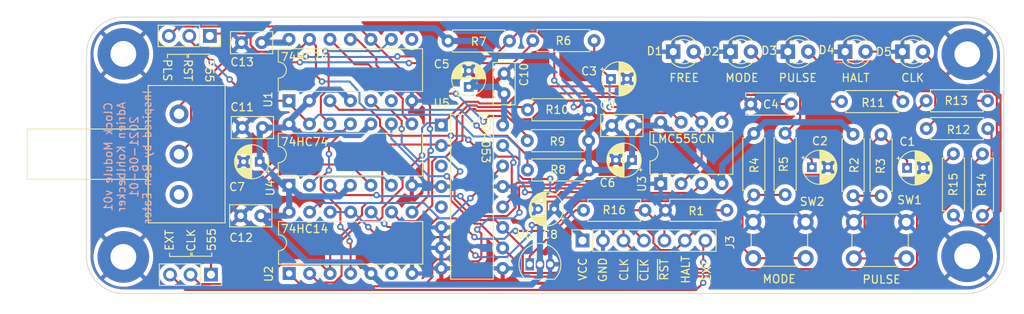
<source format=kicad_pcb>
(kicad_pcb (version 20211014) (generator pcbnew)
  (layers (0 "F.Cu" signal) (31 "B.Cu" signal) (34 "B.Paste" user) (35 "F.Paste" user) (36 "B.SilkS" user "B.Silkscreen") (37 "F.SilkS" user "F.Silkscreen") (38 "B.Mask" user) (39 "F.Mask" user) (44 "Edge.Cuts" user))
  (net 0 "")
  (net 1 "Net-(R16-Pad1)")
  (net 2 "GND")
  (net 3 "VCC")
  (net 4 "Net-(C1-Pad1)")
  (net 5 "Net-(C2-Pad1)")
  (net 6 "Net-(C3-Pad1)")
  (net 7 "Net-(C4-Pad2)")
  (net 8 "Net-(D1-Pad2)")
  (net 9 "Net-(D2-Pad2)")
  (net 10 "Net-(D3-Pad2)")
  (net 11 "Net-(D4-Pad2)")
  (net 12 "Net-(D5-Pad2)")
  (net 13 "~{RST}")
  (net 14 "FREE_ON_RST")
  (net 15 "FREE_CLK")
  (net 16 "Net-(J2-Pad1)")
  (net 17 "HALT")
  (net 18 "Net-(R2-Pad2)")
  (net 19 "Net-(R4-Pad2)")
  (net 20 "Net-(R6-Pad2)")
  (net 21 "Net-(R7-Pad2)")
  (net 22 "PULSE_ON_RST")
  (net 23 "PULSE_~{FREE}")
  (net 24 "PULSE_CLK")
  (net 25 "STOP")
  (net 26 "CLK")
  (net 27 "Net-(U1-Pad12)")
  (net 28 "MODE_BTN")
  (net 29 "Net-(U1-Pad9)")
  (net 30 "Net-(U2-Pad13)")
  (net 31 "~{CLK}")
  (net 32 "Net-(U2-Pad4)")
  (net 33 "Net-(U3-Pad3)")
  (net 34 "Net-(U4-Pad2)")
  (net 35 "Net-(U5-Pad12)")
  (net 36 "EXT_IN")
  (footprint "Package_TO_SOT_THT:TO-92_Inline" (layer "F.Cu") (at 160.782 142.3162)
    (fp_text reference "U6")
    (fp_text value "DS1813")
  )
  (footprint "Capacitor_THT:CP_Radial_D4.0mm_P2.00mm" (layer "F.Cu") (at 170.8658 119.3038)
    (fp_text reference "C3")
    (fp_text value "1uF")
  )
  (footprint "Capacitor_THT:C_Disc_D6.0mm_W2.5mm_P5.00mm" (layer "F.Cu") (at 188.214 122.428)
    (fp_text reference "C4")
    (fp_text value "10nF")
  )
  (footprint "Capacitor_THT:CP_Radial_D4.0mm_P2.00mm" (layer "F.Cu") (at 153.2128 120.2944 90)
    (fp_text reference "C5")
    (fp_text value "1uF")
  )
  (footprint "Capacitor_THT:CP_Radial_D4.0mm_P2.00mm" (layer "F.Cu") (at 173.482 129.3876 180)
    (fp_text reference "C6")
    (fp_text value "1uF")
  )
  (footprint "Capacitor_THT:CP_Radial_D4.0mm_P2.00mm" (layer "F.Cu") (at 127.2794 129.5908 180)
    (fp_text reference "C7")
    (fp_text value "1uF")
  )
  (footprint "Capacitor_THT:CP_Radial_D4.0mm_P2.00mm" (layer "F.Cu") (at 163.83 135.4582 180)
    (fp_text reference "C8")
    (fp_text value "10uF")
  )
  (footprint "Capacitor_THT:C_Disc_D5.0mm_W2.5mm_P2.50mm" (layer "F.Cu") (at 170.9674 125.095)
    (fp_text reference "C9")
    (fp_text value "100nF")
  )
  (footprint "Capacitor_THT:C_Disc_D5.0mm_W2.5mm_P2.50mm" (layer "F.Cu") (at 157.607 118.6434 -90)
    (fp_text reference "C10")
    (fp_text value "100nF")
  )
  (footprint "Capacitor_THT:C_Disc_D5.0mm_W2.5mm_P2.50mm" (layer "F.Cu") (at 125.1204 125.349)
    (fp_text reference "C11")
    (fp_text value "100nF")
  )
  (footprint "Capacitor_THT:C_Disc_D5.0mm_W2.5mm_P2.50mm" (layer "F.Cu") (at 124.9172 136.2964)
    (fp_text reference "C12")
    (fp_text value "100nF")
  )
  (footprint "Capacitor_THT:C_Disc_D5.0mm_W2.5mm_P2.50mm" (layer "F.Cu") (at 125.0188 114.808)
    (fp_text reference "C13")
    (fp_text value "100nF")
  )
  (footprint "LED_THT:LED_D3.0mm" (layer "F.Cu") (at 178.5874 115.9256)
    (fp_text reference "D1")
    (fp_text value "LED")
  )
  (footprint "LED_THT:LED_D3.0mm" (layer "F.Cu") (at 185.6994 115.9256)
    (fp_text reference "D2")
    (fp_text value "LED")
  )
  (footprint "LED_THT:LED_D3.0mm" (layer "F.Cu") (at 192.8114 115.9256)
    (fp_text reference "D3")
    (fp_text value "LED")
  )
  (footprint "LED_THT:LED_D3.0mm" (layer "F.Cu") (at 199.9234 115.9256)
    (fp_text reference "D4")
    (fp_text value "LED")
  )
  (footprint "LED_THT:LED_D3.0mm" (layer "F.Cu") (at 207.0354 115.9256)
    (fp_text reference "D5")
    (fp_text value "LED")
  )
  (footprint "Connector_PinSocket_2.54mm:PinSocket_1x03_P2.54mm_Vertical" (layer "F.Cu") (at 121.0838 113.976 -90)
    (fp_text reference "J1" hide)
    (fp_text value "Reset Mode")
  )
  (footprint "Connector_PinSocket_2.54mm:PinSocket_1x03_P2.54mm_Vertical" (layer "F.Cu") (at 121.2306 143.5994 -90)
    (fp_text reference "J2" hide)
    (fp_text value "Clock Select")
  )
  (footprint "Connector_PinSocket_2.54mm:PinSocket_1x07_P2.54mm_Vertical" (layer "F.Cu") (at 167.3352 139.3698 90)
    (fp_text reference "J3")
    (fp_text value "I/O")
  )
  (footprint "Resistor_THT:R_Axial_DIN0207_L6.3mm_D2.5mm_P7.62mm_Horizontal" (layer "F.Cu") (at 177.6222 135.6106)
    (fp_text reference "R1")
    (fp_text value "10K")
  )
  (footprint "Resistor_THT:R_Axial_DIN0207_L6.3mm_D2.5mm_P7.62mm_Horizontal" (layer "F.Cu") (at 168.783 114.554 180)
    (fp_text reference "R6")
    (fp_text value "220")
  )
  (footprint "Resistor_THT:R_Axial_DIN0207_L6.3mm_D2.5mm_P7.62mm_Horizontal" (layer "F.Cu") (at 150.6474 114.6048)
    (fp_text reference "R7")
    (fp_text value "1K")
  )
  (footprint "Resistor_THT:R_Axial_DIN0207_L6.3mm_D2.5mm_P7.62mm_Horizontal" (layer "F.Cu") (at 168.1226 130.6068 180)
    (fp_text reference "R8")
    (fp_text value "10K")
  )
  (footprint "Resistor_THT:R_Axial_DIN0207_L6.3mm_D2.5mm_P7.62mm_Horizontal" (layer "F.Cu") (at 168.0972 126.9746 180)
    (fp_text reference "R9")
    (fp_text value "10K")
  )
  (footprint "Resistor_THT:R_Axial_DIN0207_L6.3mm_D2.5mm_P7.62mm_Horizontal" (layer "F.Cu") (at 168.148 123.1392 180)
    (fp_text reference "R10")
    (fp_text value "10K")
  )
  (footprint "Resistor_THT:R_Axial_DIN0207_L6.3mm_D2.5mm_P7.62mm_Horizontal" (layer "F.Cu") (at 207.0862 122.1232 180)
    (fp_text reference "R11")
    (fp_text value "220")
  )
  (footprint "Resistor_THT:R_Axial_DIN0207_L6.3mm_D2.5mm_P7.62mm_Horizontal" (layer "F.Cu") (at 210.0072 125.476)
    (fp_text reference "R12")
    (fp_text value "220")
  )
  (footprint "Resistor_THT:R_Axial_DIN0207_L6.3mm_D2.5mm_P7.62mm_Horizontal" (layer "F.Cu") (at 217.6018 122.0216 180)
    (fp_text reference "R13")
    (fp_text value "220")
  )
  (footprint "Resistor_THT:R_Axial_DIN0207_L6.3mm_D2.5mm_P7.62mm_Horizontal" (layer "F.Cu") (at 216.9668 136.2456 90)
    (fp_text reference "R14")
    (fp_text value "220")
  )
  (footprint "Resistor_THT:R_Axial_DIN0207_L6.3mm_D2.5mm_P7.62mm_Horizontal" (layer "F.Cu") (at 213.36 136.2202 90)
    (fp_text reference "R15")
    (fp_text value "220")
  )
  (footprint "Resistor_THT:R_Axial_DIN0207_L6.3mm_D2.5mm_P7.62mm_Horizontal" (layer "F.Cu") (at 167.4622 135.6106)
    (fp_text reference "R16")
    (fp_text value "220")
  )
  (footprint "6502_clock:Potentiometer_P160KN-0QC15C500K" (layer "F.Cu") (at 120.06 123.65 180)
    (fp_text reference "RV1" hide)
    (fp_text value "470k log")
  )
  (footprint "Package_DIP:DIP-14_W7.62mm" (layer "F.Cu") (at 130.9116 122.0216 90)
    (fp_text reference "U1")
    (fp_text value "74HC74")
  )
  (footprint "Package_DIP:DIP-14_W7.62mm" (layer "F.Cu") (at 130.937 143.4592 90)
    (fp_text reference "U2")
    (fp_text value "74HC14")
  )
  (footprint "Package_DIP:DIP-8_W7.62mm" (layer "F.Cu") (at 177.038 132.3086 90)
    (fp_text reference "U3")
    (fp_text value "LMC555CN")
  )
  (footprint "Package_DIP:DIP-14_W7.62mm" (layer "F.Cu") (at 130.9116 132.5118 90)
    (fp_text reference "U4")
    (fp_text value "74HC74")
  )
  (footprint "Package_DIP:DIP-16_W7.62mm" (layer "F.Cu") (at 149.8092 125.0442)
    (fp_text reference "U5")
    (fp_text value "CD4053")
  )
  (footprint "Button_Switch_THT:SW_PUSH_6mm" (layer "F.Cu") (at 188.5188 137.0584)
    (fp_text reference "SW2")
    (fp_text value "Mode")
  )
  (footprint "Button_Switch_THT:SW_PUSH_6mm" (layer "F.Cu") (at 201.0156 137.0838)
    (fp_text reference "SW1")
    (fp_text value "Pulse")
  )
  (footprint "Resistor_THT:R_Axial_DIN0207_L6.3mm_D2.5mm_P7.62mm_Horizontal" (layer "F.Cu") (at 192.4812 133.6802 90)
    (fp_text reference "R5")
    (fp_text value "3.3K")
  )
  (footprint "Resistor_THT:R_Axial_DIN0207_L6.3mm_D2.5mm_P7.62mm_Horizontal" (layer "F.Cu") (at 188.595 126.0856 -90)
    (fp_text reference "R4")
    (fp_text value "1K")
  )
  (footprint "Resistor_THT:R_Axial_DIN0207_L6.3mm_D2.5mm_P7.62mm_Horizontal" (layer "F.Cu") (at 204.3938 133.8326 90)
    (fp_text reference "R3")
    (fp_text value "3.3K")
  )
  (footprint "Resistor_THT:R_Axial_DIN0207_L6.3mm_D2.5mm_P7.62mm_Horizontal" (layer "F.Cu") (at 200.914 126.1872 -90)
    (fp_text reference "R2")
    (fp_text value "1K")
  )
  (footprint "MountingHole:MountingHole_3.2mm_M3_Pad" (layer "F.Cu") (at 215.0618 141.3256)
    (fp_text reference "H3" hide)
    (fp_text value "MountingHole_Pad")
  )
  (footprint "MountingHole:MountingHole_3.2mm_M3_Pad" (layer "F.Cu") (at 215.0872 116.2558)
    (fp_text reference "H2" hide)
    (fp_text value "MountingHole_Pad")
  )
  (footprint "Capacitor_THT:CP_Radial_D4.0mm_P2.00mm" (layer "F.Cu") (at 195.7898 130.2766)
    (fp_text reference "C2")
    (fp_text value "10uF")
  )
  (footprint "Capacitor_THT:CP_Radial_D4.0mm_P2.00mm" (layer "F.Cu") (at 207.6196 130.3528)
    (fp_text reference "C1")
    (fp_text value "10uF")
  )
  (footprint "MountingHole:MountingHole_3.2mm_M3_Pad" (layer "F.Cu") (at 110.354 141.4018)
    (fp_text reference "H1" hide)
    (fp_text value "MountingHole_Pad")
  )
  (footprint "MountingHole:MountingHole_3.2mm_M3_Pad" (layer "F.Cu") (at 110.354 116.205)
    (fp_text reference "H4" hide)
    (fp_text value "MountingHole_Pad")
  )
  (gr_line (start 118.4422 116.6938) (end 118.4422 116.2366) (layer "F.SilkS") (width 0.12))
  (gr_line (start 118.2644 116.6938) (end 118.2644 116.262) (layer "F.SilkS") (width 0.12))
  (gr_line (start 118.2644 116.262) (end 115.826 116.262) (layer "F.SilkS") (width 0.12))
  (gr_line (start 121.0584 116.2366) (end 121.0584 116.6684) (layer "F.SilkS") (width 0.12))
  (gr_line (start 115.826 116.262) (end 115.826 116.6938) (layer "F.SilkS") (width 0.12))
  (gr_line (start 118.4422 116.2366) (end 121.0584 116.2366) (layer "F.SilkS") (width 0.12))
  (gr_line (start 116.0998 141.3388) (end 116.0998 140.907) (layer "F.SilkS") (width 0.12))
  (gr_line (start 121.3322 141.3134) (end 121.3322 140.8816) (layer "F.SilkS") (width 0.12))
  (gr_line (start 118.8938 141.3134) (end 121.3322 141.3134) (layer "F.SilkS") (width 0.12))
  (gr_line (start 118.716 140.8816) (end 118.716 141.3388) (layer "F.SilkS") (width 0.12))
  (gr_line (start 118.716 141.3388) (end 116.0998 141.3388) (layer "F.SilkS") (width 0.12))
  (gr_line (start 118.8938 140.8816) (end 118.8938 141.3134) (layer "F.SilkS") (width 0.12))
  (gr_line (start 110.354 111.633) (end 215.0618 111.6584) (layer "Edge.Cuts") (width 0.1))
  (gr_line (start 215.0618 145.9484) (end 110.354 145.923) (layer "Edge.Cuts") (width 0.1))
  (gr_line (start 219.6338 116.2304) (end 219.6338 141.3764) (layer "Edge.Cuts") (width 0.1))
  (gr_arc (start 215.0618 111.6584) (mid 218.294692 112.997508) (end 219.6338 116.2304) (layer "Edge.Cuts") (width 0.1))
  (gr_arc (start 219.6338 141.3764) (mid 218.294692 144.609292) (end 215.0618 145.9484) (layer "Edge.Cuts") (width 0.1))
  (gr_arc (start 110.354 145.923) (mid 107.121108 144.583892) (end 105.782 141.351) (layer "Edge.Cuts") (width 0.1))
  (gr_arc (start 105.782 116.205) (mid 107.121108 112.972108) (end 110.354 111.633) (layer "Edge.Cuts") (width 0.1))
  (gr_line (start 105.782 141.351) (end 105.782 116.205) (layer "Edge.Cuts") (width 0.1))
  (gr_text "Clock Module v01\nAdrien Kohlbecker\n2021-06-01\nInspired by Ben Eater" (at 110.9 128.98 90) (layer "B.SilkS") (effects (font (size 1 1)) (justify mirror)))
  (gr_text "MODE" (at 191.7446 144.145) (layer "F.SilkS") (effects (font (size 1 1))))
  (gr_text "PULSE" (at 204.4446 144.1958) (layer "F.SilkS") (effects (font (size 1 1))))
  (gr_text "EXT" (at 182.753 143.1036 90) (layer "F.SilkS") (effects (font (size 1 1))))
  (gr_text "CLK" (at 118.7668 139.3322 90) (layer "F.SilkS") (effects (font (size 1 1))))
  (gr_text "RST" (at 118.366 118.2178 270) (layer "F.SilkS") (effects (font (size 1 1))))
  (gr_text "CLK" (at 208.3054 119.1768) (layer "F.SilkS") (effects (font (size 1 1))))
  (gr_text "CLK" (at 172.4914 142.9766 90) (layer "F.SilkS") (effects (font (size 1 1))))
  (gr_text "555" (at 121.3068 139.256 90) (layer "F.SilkS") (effects (font (size 1 1))))
  (gr_text "VCC" (at 167.3606 142.9258 90) (layer "F.SilkS") (effects (font (size 1 1))))
  (gr_text "HALT" (at 180.1368 142.9766 90) (layer "F.SilkS") (effects (font (size 1 1))))
  (gr_text "~{RST}" (at 177.4698 142.9766 90) (layer "F.SilkS") (effects (font (size 1 1))))
  (gr_text "74HC74" (at 132.842 116.586) (layer "F.SilkS") (effects (font (size 1 1))))
  (gr_text "EXT" (at 116.0744 139.3322 90) (layer "F.SilkS") (effects (font (size 1 1))))
  (gr_text "74HC74" (at 132.842 127.127) (layer "F.SilkS") (effects (font (size 1 1))))
  (gr_text "LMC555CN" (at 179.832 126.746) (layer "F.SilkS") (effects (font (size 1 1))))
  (gr_text "HALT" (at 201.2188 119.1768) (layer "F.SilkS") (effects (font (size 1 1))))
  (gr_text "FREE" (at 179.959 119.1768) (layer "F.SilkS") (effects (font (size 1 1))))
  (gr_text "~{CLK}" (at 175.006 143.0274 90) (layer "F.SilkS") (effects (font (size 1 1))))
  (gr_text "PULSE" (at 194.056 119.1768) (layer "F.SilkS") (effects (font (size 1 1))))
  (gr_text "555" (at 121.04 118.31 -90) (layer "F.SilkS") (effects (font (size 1 1))))
  (gr_text "MODE" (at 187.1218 119.1768) (layer "F.SilkS") (effects (font (size 1 1))))
  (gr_text "PLS" (at 115.81 118.23 -90) (layer "F.SilkS") (effects (font (size 1 1))))
  (gr_text "GND" (at 169.8498 143.002 90) (layer "F.SilkS") (effects (font (size 1 1))))
  (gr_text "CD4053" (at 155.321 126.873 270) (layer "F.SilkS") (effects (font (size 1 1))))
  (gr_text "74HC14" (at 132.842 137.922) (layer "F.SilkS") (effects (font (size 1 1))))
  (segment (start 160.782 141.3122) (end 160.782 142.3162) (width 0.254) (layer "F.Cu") (net 1))
  (segment (start 166.4836 135.6106) (end 160.782 141.3122) (width 0.254) (layer "F.Cu") (net 1))
  (segment (start 167.4622 135.6106) (end 166.4836 135.6106) (width 0.254) (layer "F.Cu") (net 1))
  (segment (start 141.097 143.4592) (end 139.715999 142.078199) (width 0.762) (layer "B.Cu") (net 3))
  (segment (start 156.464 116.459) (end 154.6098 114.6048) (width 0.762) (layer "B.Cu") (net 3))
  (segment (start 132.292601 126.272801) (end 136.562317 126.272801) (width 0.762) (layer "B.Cu") (net 3))
  (segment (start 188.595 126.0856) (end 190.001401 124.679199) (width 0.762) (layer "B.Cu") (net 3))
  (segment (start 132.292601 113.020599) (end 129.306201 113.020599) (width 0.762) (layer "B.Cu") (net 3))
  (segment (start 130.9116 124.5616) (end 133.4516 122.0216) (width 0.762) (layer "B.Cu") (net 3))
  (segment (start 161.039999 144.840201) (end 142.478001 144.840201) (width 0.762) (layer "B.Cu") (net 3))
  (segment (start 167.3352 139.3698) (end 167.3352 138.9634) (width 0.762) (layer "B.Cu") (net 3))
  (segment (start 190.001401 124.679199) (end 199.405999 124.679199) (width 0.762) (layer "B.Cu") (net 3))
  (segment (start 130.4798 136.2964) (end 130.937 135.8392) (width 0.762) (layer "B.Cu") (net 3))
  (segment (start 133.4516 122.0216) (end 134.832601 120.640599) (width 0.762) (layer "B.Cu") (net 3))
  (segment (start 163.83 135.4582) (end 163.83 134.8994) (width 0.762) (layer "B.Cu") (net 3))
  (segment (start 163.83 135.4582) (end 162.052 137.2362) (width 0.762) (layer "B.Cu") (net 3))
  (segment (start 133.198999 142.078199) (end 127.4172 136.2964) (width 0.762) (layer "B.Cu") (net 3))
  (segment (start 184.658 130.0226) (end 188.595 126.0856) (width 0.762) (layer "B.Cu") (net 3))
  (segment (start 130.9116 124.8918) (end 130.9116 124.5616) (width 0.762) (layer "B.Cu") (net 3))
  (segment (start 173.482 129.3876) (end 173.482 125.1096) (width 0.762) (layer "B.Cu") (net 3))
  (segment (start 130.937 135.8392) (end 130.937 132.5372) (width 0.762) (layer "B.Cu") (net 3))
  (segment (start 149.063199 113.020599) (end 150.6474 114.6048) (width 0.762) (layer "B.Cu") (net 3))
  (segment (start 139.690599 126.272801) (end 141.0716 124.8918) (width 0.762) (layer "B.Cu") (net 3))
  (segment (start 184.658 132.3086) (end 184.658 130.0226) (width 0.762) (layer "B.Cu") (net 3))
  (segment (start 127.2794 125.69) (end 127.6204 125.349) (width 0.762) (layer "B.Cu") (net 3))
  (segment (start 127.4172 136.2964) (end 130.4798 136.2964) (width 0.762) (layer "B.Cu") (net 3))
  (segment (start 127.2794 129.5908) (end 127.2794 125.69) (width 0.762) (layer "B.Cu") (net 3))
  (segment (start 199.405999 124.679199) (end 200.914 126.1872) (width 0.762) (layer "B.Cu") (net 3))
  (segment (start 130.2004 132.5118) (end 127.2794 129.5908) (width 0.762) (layer "B.Cu") (net 3))
  (segment (start 168.1226 130.6068) (end 168.1226 127) (width 0.762) (layer "B.Cu") (net 3))
  (segment (start 130.9116 132.5118) (end 132.292601 133.892801) (width 0.762) (layer "B.Cu") (net 3))
  (segment (start 130.4544 125.349) (end 130.9116 124.8918) (width 0.762) (layer "B.Cu") (net 3))
  (segment (start 162.052 142.3162) (end 162.052 143.8282) (width 0.762) (layer "B.Cu") (net 3))
  (segment (start 130.9116 124.8918) (end 132.292601 126.272801) (width 0.762) (layer "B.Cu") (net 3))
  (segment (start 163.83 134.8994) (end 168.1226 130.6068) (width 0.762) (layer "B.Cu") (net 3))
  (segment (start 162.052 143.8282) (end 161.039999 144.840201) (width 0.762) (layer "B.Cu") (net 3))
  (segment (start 132.292601 133.892801) (end 137.150599 133.892801) (width 0.762) (layer "B.Cu") (net 3))
  (segment (start 173.4674 125.095) (end 176.6316 125.095) (width 0.762) (layer "B.Cu") (net 3))
  (segment (start 172.2628 130.6068) (end 173.482 129.3876) (width 0.762) (layer "B.Cu") (net 3))
  (segment (start 157.607 121.1434) (end 157.607 124.8664) (width 0.762) (layer "B.Cu") (net 3))
  (segment (start 137.150599 133.892801) (end 138.5316 132.5118) (width 0.762) (layer "B.Cu") (net 3))
  (segment (start 169.529001 124.411429) (end 169.529001 122.476319) (width 0.762) (layer "B.Cu") (net 3))
  (segment (start 163.511682 116.459) (end 156.464 116.459) (width 0.762) (layer "B.Cu") (net 3))
  (segment (start 132.292601 113.020599) (end 149.063199 113.020599) (width 0.762) (layer "B.Cu") (net 3))
  (segment (start 130.5052 114.808) (end 130.9116 114.4016) (width 0.762) (layer "B.Cu") (net 3))
  (segment (start 130.937 132.5372) (end 130.9116 132.5118) (width 0.762) (layer "B.Cu") (net 3))
  (segment (start 142.478001 144.840201) (end 141.097 143.4592) (width 0.762) (layer "B.Cu") (net 3))
  (segment (start 154.6098 114.6048) (end 150.6474 114.6048) (width 0.762) (layer "B.Cu") (net 3))
  (segment (start 173.482 125.1096) (end 173.4674 125.095) (width 0.762) (layer "B.Cu") (net 3))
  (segment (start 137.150599 120.640599) (end 138.5316 122.0216) (width 0.762) (layer "B.Cu") (net 3))
  (segment (start 162.052 137.2362) (end 162.052 142.3162) (width 0.762) (layer "B.Cu") (net 3))
  (segment (start 127.5188 114.808) (end 130.5052 114.808) (width 0.762) (layer "B.Cu") (net 3))
  (segment (start 168.0972 126.9746) (end 168.0972 125.84323) (width 0.762) (layer "B.Cu") (net 3))
  (segment (start 127.6204 125.349) (end 130.4544 125.349) (width 0.762) (layer "B.Cu") (net 3))
  (segment (start 153.2128 120.2944) (end 156.464 117.0432) (width 0.762) (layer "B.Cu") (net 3))
  (segment (start 136.816119 126.018999) (end 137.614917 126.018999) (width 0.762) (layer "B.Cu") (net 3))
  (segment (start 156.758 120.2944) (end 157.607 121.1434) (width 0.762) (layer "B.Cu") (net 3))
  (segment (start 156.464 116.459) (end 156.464 117.0432) (width 0.762) (layer "B.Cu") (net 3))
  (segment (start 157.607 124.8664) (end 157.4292 125.0442) (width 0.762) (layer "B.Cu") (net 3))
  (segment (start 177.038 124.6886) (end 184.658 132.3086) (width 0.762) (layer "B.Cu") (net 3))
  (segment (start 134.832601 120.640599) (end 137.150599 120.640599) (width 0.762) (layer "B.Cu") (net 3))
  (segment (start 168.1226 130.6068) (end 172.2628 130.6068) (width 0.762) (layer "B.Cu") (net 3))
  (segment (start 130.9116 132.5118) (end 130.2004 132.5118) (width 0.762) (layer "B.Cu") (net 3))
  (segment (start 167.3352 138.9634) (end 163.83 135.4582) (width 0.762) (layer "B.Cu") (net 3))
  (segment (start 168.1226 127) (end 168.0972 126.9746) (width 0.762) (layer "B.Cu") (net 3))
  (segment (start 169.529001 122.476319) (end 163.511682 116.459) (width 0.762) (layer "B.Cu") (net 3))
  (segment (start 153.2128 120.2944) (end 156.758 120.2944) (width 0.762) (layer "B.Cu") (net 3))
  (segment (start 137.614917 126.018999) (end 137.868719 126.272801) (width 0.762) (layer "B.Cu") (net 3))
  (segment (start 168.0972 125.84323) (end 169.529001 124.411429) (width 0.762) (layer "B.Cu") (net 3))
  (segment (start 176.6316 125.095) (end 177.038 124.6886) (width 0.762) (layer "B.Cu") (net 3))
  (segment (start 139.715999 142.078199) (end 133.198999 142.078199) (width 0.762) (layer "B.Cu") (net 3))
  (segment (start 136.562317 126.272801) (end 136.816119 126.018999) (width 0.762) (layer "B.Cu") (net 3))
  (segment (start 129.306201 113.020599) (end 127.5188 114.808) (width 0.762) (layer "B.Cu") (net 3))
  (segment (start 137.868719 126.272801) (end 139.690599 126.272801) (width 0.762) (layer "B.Cu") (net 3))
  (segment (start 147.567788 145.040212) (end 148.682199 143.925801) (width 0.254) (layer "F.Cu") (net 4))
  (segment (start 163.859018 132.880012) (end 161.657864 132.880012) (width 0.254) (layer "F.Cu") (net 4))
  (segment (start 187.430961 131.203601) (end 184.150963 134.483599) (width 0.254) (layer "F.Cu") (net 4))
  (segment (start 148.682199 142.283239) (end 149.268239 141.697199) (width 0.254) (layer "F.Cu") (net 4))
  (segment (start 204.3938 126.2126) (end 199.402799 131.203601) (width 0.254) (layer "F.Cu") (net 4))
  (segment (start 161.419675 132.641823) (end 159.585524 132.641822) (width 0.254) (layer "F.Cu") (net 4))
  (segment (start 207.6196 130.3528) (end 207.6196 129.4384) (width 0.254) (layer "F.Cu") (net 4))
  (segment (start 207.6196 129.4384) (end 204.3938 126.2126) (width 0.254) (layer "F.Cu") (net 4))
  (segment (start 132.518012 145.040212) (end 147.567788 145.040212) (width 0.254) (layer "F.Cu") (net 4))
  (segment (start 148.682199 143.925801) (end 148.682199 142.283239) (width 0.254) (layer "F.Cu") (net 4))
  (segment (start 154.778001 138.503823) (end 154.276266 138.002088) (width 0.254) (layer "F.Cu") (net 4))
  (segment (start 149.268239 141.697199) (end 153.067237 141.697199) (width 0.254) (layer "F.Cu") (net 4))
  (segment (start 161.657864 132.880012) (end 161.419675 132.641823) (width 0.254) (layer "F.Cu") (net 4))
  (segment (start 173.095097 134.483599) (end 171.053476 132.441978) (width 0.254) (layer "F.Cu") (net 4))
  (segment (start 159.585524 132.641822) (end 159.464223 132.763123) (width 0.254) (layer "F.Cu") (net 4))
  (segment (start 199.402799 131.203601) (end 187.430961 131.203601) (width 0.254) (layer "F.Cu") (net 4))
  (segment (start 153.321039 141.951001) (end 154.399961 141.951001) (width 0.254) (layer "F.Cu") (net 4))
  (segment (start 159.464223 132.763123) (end 159.464223 135.842223) (width 0.254) (layer "F.Cu") (net 4))
  (segment (start 159.464223 135.842223) (end 159.512 135.89) (width 0.254) (layer "F.Cu") (net 4))
  (segment (start 153.067237 141.697199) (end 153.321039 141.951001) (width 0.254) (layer "F.Cu") (net 4))
  (segment (start 130.937 143.4592) (end 132.518012 145.040212) (width 0.254) (layer "F.Cu") (net 4))
  (segment (start 164.297052 132.441978) (end 163.859018 132.880012) (width 0.254) (layer "F.Cu") (net 4))
  (segment (start 154.778001 141.572961) (end 154.778001 138.503823) (width 0.254) (layer "F.Cu") (net 4))
  (segment (start 171.053476 132.441978) (end 164.297052 132.441978) (width 0.254) (layer "F.Cu") (net 4))
  (segment (start 184.150963 134.483599) (end 173.095097 134.483599) (width 0.254) (layer "F.Cu") (net 4))
  (segment (start 154.399961 141.951001) (end 154.778001 141.572961) (width 0.254) (layer "F.Cu") (net 4))
  (via (at 154.276266 138.002088) (size 0.8) (drill 0.4) (layers "F.Cu" "B.Cu") (net 4))
  (via (at 159.512 135.89) (size 0.8) (drill 0.4) (layers "F.Cu" "B.Cu") (net 4))
  (segment (start 159.512 135.89) (end 158.784801 136.617199) (width 0.254) (layer "B.Cu") (net 4))
  (segment (start 155.661155 136.617199) (end 154.276266 138.002088) (width 0.254) (layer "B.Cu") (net 4))
  (segment (start 158.784801 136.617199) (end 155.661155 136.617199) (width 0.254) (layer "B.Cu") (net 4))
  (segment (start 187.484981 120.846989) (end 186.773781 121.558189) (width 0.254) (layer "F.Cu") (net 5))
  (segment (start 146.717961 136.966201) (end 144.764001 136.966201) (width 0.254) (layer "F.Cu") (net 5))
  (segment (start 192.4812 126.0602) (end 195.7898 129.3688) (width 0.254) (layer "F.Cu") (net 5))
  (segment (start 163.322963 122.012199) (end 161.019981 124.315181) (width 0.254) (layer "F.Cu") (net 5))
  (segment (start 193.617984 120.846985) (end 187.484981 120.846989) (width 0.254) (layer "F.Cu") (net 5))
  (segment (start 194.341001 124.200399) (end 194.341001 121.570001) (width 0.254) (layer "F.Cu") (net 5))
  (segment (start 167.418981 121.558189) (end 166.964971 122.012199) (width 0.254) (layer "F.Cu") (net 5))
  (segment (start 148.682199 135.001963) (end 146.717961 136.966201) (width 0.254) (layer "F.Cu") (net 5))
  (segment (start 161.019981 124.315181) (end 159.010211 124.315181) (width 0.254) (layer "F.Cu") (net 5))
  (segment (start 148.682199 129.583239) (end 148.682199 135.001963) (width 0.254) (layer "F.Cu") (net 5))
  (segment (start 186.773781 121.558189) (end 167.418981 121.558189) (width 0.254) (layer "F.Cu") (net 5))
  (segment (start 166.964971 122.012199) (end 163.322963 122.012199) (width 0.254) (layer "F.Cu") (net 5))
  (segment (start 195.7898 129.3688) (end 195.7898 130.2766) (width 0.254) (layer "F.Cu") (net 5))
  (segment (start 152.434998 123.949709) (end 152.434998 126.912362) (width 0.254) (layer "F.Cu") (net 5))
  (segment (start 154.193222 123.26011) (end 153.98917 123.056058) (width 0.254) (layer "F.Cu") (net 5))
  (segment (start 157.95514 123.26011) (end 154.193222 123.26011) (width 0.254) (layer "F.Cu") (net 5))
  (segment (start 149.268239 128.997199) (end 148.682199 129.583239) (width 0.254) (layer "F.Cu") (net 5))
  (segment (start 152.434998 126.912362) (end 150.350161 128.997199) (width 0.254) (layer "F.Cu") (net 5))
  (segment (start 150.350161 128.997199) (end 149.268239 128.997199) (width 0.254) (layer "F.Cu") (net 5))
  (segment (start 192.4812 126.0602) (end 194.341001 124.200399) (width 0.254) (layer "F.Cu") (net 5))
  (segment (start 144.764001 136.966201) (end 143.637 135.8392) (width 0.254) (layer "F.Cu") (net 5))
  (segment (start 153.328649 123.056058) (end 152.434998 123.949709) (width 0.254) (layer "F.Cu") (net 5))
  (segment (start 194.341001 121.570001) (end 193.617984 120.846985) (width 0.254) (layer "F.Cu") (net 5))
  (segment (start 153.98917 123.056058) (end 153.328649 123.056058) (width 0.254) (layer "F.Cu") (net 5))
  (segment (start 159.010211 124.315181) (end 157.95514 123.26011) (width 0.254) (layer "F.Cu") (net 5))
  (segment (start 168.783 114.554) (end 168.783 117.221) (width 0.254) (layer "F.Cu") (net 6))
  (segment (start 168.783 117.221) (end 170.8658 119.3038) (width 0.254) (layer "F.Cu") (net 6))
  (segment (start 182.118 124.6886) (end 182.118 129.7686) (width 0.254) (layer "F.Cu") (net 6))
  (segment (start 182.118 124.6886) (end 180.2384 122.809) (width 0.254) (layer "F.Cu") (net 6))
  (segment (start 182.118 129.7686) (end 179.578 132.3086) (width 0.254) (layer "F.Cu") (net 6))
  (segment (start 180.2384 122.809) (end 170.688 122.809) (width 0.254) (layer "F.Cu") (net 6))
  (via (at 170.688 122.809) (size 0.8) (drill 0.4) (layers "F.Cu" "B.Cu") (net 6))
  (segment (start 170.688 119.4816) (end 170.8658 119.3038) (width 0.254) (layer "B.Cu") (net 6))
  (segment (start 170.688 122.809) (end 170.688 119.4816) (width 0.254) (layer "B.Cu") (net 6))
  (segment (start 188.730931 121.300999) (end 187.673039 121.300999) (width 0.254) (layer "F.Cu") (net 7))
  (segment (start 189.857932 122.428) (end 188.730931 121.300999) (width 0.254) (layer "F.Cu") (net 7))
  (segment (start 193.214 122.428) (end 189.857932 122.428) (width 0.254) (layer "F.Cu") (net 7))
  (segment (start 187.673039 121.300999) (end 184.658 124.316038) (width 0.254) (layer "F.Cu") (net 7))
  (segment (start 184.658 124.316038) (end 184.658 124.6886) (width 0.254) (layer "F.Cu") (net 7))
  (segment (start 203.09202 118.12902) (end 206.286201 121.323201) (width 0.254) (layer "F.Cu") (net 8))
  (segment (start 181.1274 115.9256) (end 183.33082 118.12902) (width 0.254) (layer "F.Cu") (net 8))
  (segment (start 206.286201 121.323201) (end 207.0862 122.1232) (width 0.254) (layer "F.Cu") (net 8))
  (segment (start 183.33082 118.12902) (end 203.09202 118.12902) (width 0.254) (layer "F.Cu") (net 8))
  (segment (start 189.98881 117.67501) (end 204.305972 117.67501) (width 0.254) (layer "F.Cu") (net 9))
  (segment (start 188.2394 115.9256) (end 189.98881 117.67501) (width 0.254) (layer "F.Cu") (net 9))
  (segment (start 211.108801 121.319801) (end 211.108801 124.374399) (width 0.254) (layer "F.Cu") (net 9))
  (segment (start 211.108801 124.374399) (end 210.0072 125.476) (width 0.254) (layer "F.Cu") (net 9))
  (segment (start 210.621019 120.832019) (end 211.108801 121.319801) (width 0.254) (layer "F.Cu") (net 9))
  (segment (start 207.462981 120.832019) (end 210.621019 120.832019) (width 0.254) (layer "F.Cu") (net 9))
  (segment (start 204.305972 117.67501) (end 207.462981 120.832019) (width 0.254) (layer "F.Cu") (net 9))
  (segment (start 214.387264 122.0216) (end 217.6018 122.0216) (width 0.254) (layer "F.Cu") (net 10))
  (segment (start 205.231731 117.152601) (end 208.315942 120.236812) (width 0.254) (layer "F.Cu") (net 10))
  (segment (start 208.315942 120.236812) (end 212.602476 120.236812) (width 0.254) (layer "F.Cu") (net 10))
  (segment (start 195.3514 115.9256) (end 196.578401 117.152601) (width 0.254) (layer "F.Cu") (net 10))
  (segment (start 212.602476 120.236812) (end 214.387264 122.0216) (width 0.254) (layer "F.Cu") (net 10))
  (segment (start 196.578401 117.152601) (end 205.231731 117.152601) (width 0.254) (layer "F.Cu") (net 10))
  (segment (start 218.142762 120.8946) (end 218.747989 121.499827) (width 0.254) (layer "F.Cu") (net 11))
  (segment (start 204.646798 115.9256) (end 208.503999 119.782801) (width 0.254) (layer "F.Cu") (net 11))
  (segment (start 218.74799 124.928828) (end 218.754201 124.935039) (width 0.254) (layer "F.Cu") (net 11))
  (segment (start 208.503999 119.782801) (end 212.790533 119.782801) (width 0.254) (layer "F.Cu") (net 11))
  (segment (start 218.747989 121.499827) (end 218.74799 124.928828) (width 0.254) (layer "F.Cu") (net 11))
  (segment (start 213.902332 120.8946) (end 218.142762 120.8946) (width 0.254) (layer "F.Cu") (net 11))
  (segment (start 218.754201 124.935039) (end 218.754201 134.458199) (width 0.254) (layer "F.Cu") (net 11))
  (segment (start 218.754201 134.458199) (end 216.9668 136.2456) (width 0.254) (layer "F.Cu") (net 11))
  (segment (start 212.790533 119.782801) (end 213.902332 120.8946) (width 0.254) (layer "F.Cu") (net 11))
  (segment (start 202.4634 115.9256) (end 204.646798 115.9256) (width 0.254) (layer "F.Cu") (net 11))
  (segment (start 214.512401 137.372601) (end 213.36 136.2202) (width 0.254) (layer "F.Cu") (net 12))
  (segment (start 217.507761 137.372601) (end 214.512401 137.372601) (width 0.254) (layer "F.Cu") (net 12))
  (segment (start 219.202 121.31177) (end 219.202 124.74077) (width 0.254) (layer "F.Cu") (net 12))
  (segment (start 219.202 124.74077) (end 219.208212 124.746982) (width 0.254) (layer "F.Cu") (net 12))
  (segment (start 219.208212 124.746982) (end 219.208204 135.672158) (width 0.254) (layer "F.Cu") (net 12))
  (segment (start 214.090389 120.440589) (end 218.330819 120.440589) (width 0.254) (layer "F.Cu") (net 12))
  (segment (start 209.5754 115.9256) (end 214.090389 120.440589) (width 0.254) (layer "F.Cu") (net 12))
  (segment (start 219.208204 135.672158) (end 217.507761 137.372601) (width 0.254) (layer "F.Cu") (net 12))
  (segment (start 218.330819 120.440589) (end 219.202 121.31177) (width 0.254) (layer "F.Cu") (net 12))
  (segment (start 130.9116 122.3518) (end 133.4516 124.8918) (width 0.254) (layer "F.Cu") (net 13))
  (segment (start 177.4952 139.3698) (end 177.4952 138.0236) (width 0.254) (layer "F.Cu") (net 13))
  (segment (start 121.3104 117.221) (end 118.5438 114.4544) (width 0.254) (layer "F.Cu") (net 13))
  (segment (start 175.0822 135.6106) (end 173.58003 135.6106) (width 0.254) (layer "F.Cu") (net 13))
  (segment (start 130.9116 122.0216) (end 126.1872 122.0216) (width 0.254) (layer "F.Cu") (net 13))
  (segment (start 173.58003 135.6106) (end 170.865419 132.895989) (width 0.254) (layer "F.Cu") (net 13))
  (segment (start 118.5438 114.4544) (end 118.5438 113.976) (width 0.254) (layer "F.Cu") (net 13))
  (segment (start 177.4952 138.0236) (end 175.0822 135.6106) (width 0.254) (layer "F.Cu") (net 13))
  (segment (start 164.012265 133.368833) (end 160.191242 133.368833) (width 0.254) (layer "F.Cu") (net 13))
  (segment (start 164.485109 132.895989) (end 164.012265 133.368833) (width 0.254) (layer "F.Cu") (net 13))
  (segment (start 130.9116 122.0216) (end 130.9116 122.3518) (width 0.254) (layer "F.Cu") (net 13))
  (segment (start 126.1872 122.0216) (end 123.5456 119.38) (width 0.254) (layer "F.Cu") (net 13))
  (segment (start 170.865419 132.895989) (end 164.485109 132.895989) (width 0.254) (layer "F.Cu") (net 13))
  (via (at 123.5456 119.38) (size 0.8) (drill 0.4) (layers "F.Cu" "B.Cu") (net 13))
  (via (at 121.3104 117.221) (size 0.8) (drill 0.4) (layers "F.Cu" "B.Cu") (net 13))
  (via (at 160.191242 133.368833) (size 0.8) (drill 0.4) (layers "F.Cu" "B.Cu") (net 13))
  (segment (start 160.191242 132.633601) (end 159.375599 131.817958) (width 0.254) (layer "B.Cu") (net 13))
  (segment (start 159.505538 129.9359) (end 159.375599 130.065839) (width 0.254) (layer "B.Cu") (net 13))
  (segment (start 133.4516 124.8918) (end 134.578601 123.764799) (width 0.254) (layer "B.Cu") (net 13))
  (segment (start 157.970161 126.457199) (end 159.505538 127.992576) (width 0.254) (layer "B.Cu") (net 13))
  (segment (start 134.578601 123.764799) (end 151.129763 123.764799) (width 0.254) (layer "B.Cu") (net 13))
  (segment (start 153.822163 126.457199) (end 157.970161 126.457199) (width 0.254) (layer "B.Cu") (net 13))
  (segment (start 151.129763 123.764799) (end 153.822163 126.457199) (width 0.254) (layer "B.Cu") (net 13))
  (segment (start 123.5456 119.38) (end 121.3866 117.221) (width 0.254) (layer "B.Cu") (net 13))
  (segment (start 159.375599 130.065839) (end 159.375599 131.817958) (width 0.254) (layer "B.Cu") (net 13))
  (segment (start 159.505538 127.992576) (end 159.505538 129.9359) (width 0.254) (layer "B.Cu") (net 13))
  (segment (start 121.3866 117.221) (end 121.3104 117.221) (width 0.254) (layer "B.Cu") (net 13))
  (segment (start 160.191242 133.368833) (end 160.191242 132.633601) (width 0.254) (layer "B.Cu") (net 13))
  (segment (start 160.5026 128.872532) (end 157.995068 126.365) (width 0.254) (layer "F.Cu") (net 14))
  (segment (start 131.918199 115.935001) (end 133.4516 114.4016) (width 0.254) (layer "F.Cu") (net 14))
  (segment (start 155.460148 126.365) (end 154.195845 125.100697) (width 0.254) (layer "F.Cu") (net 14))
  (segment (start 121.0838 113.976) (end 121.378801 113.680999) (width 0.254) (layer "F.Cu") (net 14))
  (segment (start 126.977839 115.935001) (end 131.918199 115.935001) (width 0.254) (layer "F.Cu") (net 14))
  (segment (start 126.145801 114.267039) (end 126.145801 115.102963) (width 0.254) (layer "F.Cu") (net 14))
  (segment (start 135.001 119.634) (end 134.251599 118.884599) (width 0.254) (layer "F.Cu") (net 14))
  (segment (start 121.378801 113.680999) (end 125.559761 113.680999) (width 0.254) (layer "F.Cu") (net 14))
  (segment (start 134.251599 118.884599) (end 134.251599 115.201599) (width 0.254) (layer "F.Cu") (net 14))
  (segment (start 160.5026 130.6068) (end 160.5026 128.872532) (width 0.254) (layer "F.Cu") (net 14))
  (segment (start 157.995068 126.365) (end 155.460148 126.365) (width 0.254) (layer "F.Cu") (net 14))
  (segment (start 125.559761 113.680999) (end 126.145801 114.267039) (width 0.254) (layer "F.Cu") (net 14))
  (segment (start 134.251599 115.201599) (end 133.4516 114.4016) (width 0.254) (layer "F.Cu") (net 14))
  (segment (start 126.145801 115.102963) (end 126.977839 115.935001) (width 0.254) (layer "F.Cu") (net 14))
  (via (at 154.195845 125.100697) (size 0.8) (drill 0.4) (layers "F.Cu" "B.Cu") (net 14))
  (via (at 135.001 119.634) (size 0.8) (drill 0.4) (layers "F.Cu" "B.Cu") (net 14))
  (segment (start 138.43 119.634) (end 139.563599 120.894599) (width 0.254) (layer "B.Cu") (net 14))
  (segment (start 139.658601 120.989601) (end 139.563599 120.894599) (width 0.254) (layer "B.Cu") (net 14))
  (segment (start 140.530639 123.148601) (end 139.658601 122.276563) (width 0.254) (layer "B.Cu") (net 14))
  (segment (start 135.001 119.634) (end 138.43 119.634) (width 0.254) (layer "B.Cu") (net 14))
  (segment (start 152.243749 123.148601) (end 140.530639 123.148601) (width 0.254) (layer "B.Cu") (net 14))
  (segment (start 154.195845 125.100697) (end 152.243749 123.148601) (width 0.254) (layer "B.Cu") (net 14))
  (segment (start 139.658601 122.276563) (end 139.658601 120.989601) (width 0.254) (layer "B.Cu") (net 14))
  (segment (start 118.6906 143.5994) (end 119.867601 144.776401) (width 0.254) (layer "F.Cu") (net 15))
  (segment (start 119.867601 144.776401) (end 127.431197 144.776401) (width 0.254) (layer "F.Cu") (net 15))
  (segment (start 142.274801 134.712199) (end 142.494 134.493) (width 0.254) (layer "F.Cu") (net 15))
  (segment (start 140.556039 134.712199) (end 142.274801 134.712199) (width 0.254) (layer "F.Cu") (net 15))
  (segment (start 129.875399 142.332199) (end 134.889999 142.332199) (width 0.254) (layer "F.Cu") (net 15))
  (segment (start 127.431197 144.776401) (end 129.875399 142.332199) (width 0.254) (layer "F.Cu") (net 15))
  (segment (start 142.494 134.493) (end 142.494 133.062162) (width 0.254) (layer "F.Cu") (net 15))
  (segment (start 136.017 140.140968) (end 139.969999 136.187969) (width 0.254) (layer "F.Cu") (net 15))
  (segment (start 139.969999 135.298239) (end 140.556039 134.712199) (width 0.254) (layer "F.Cu") (net 15))
  (segment (start 154.177227 122.602047) (end 153.103188 122.602048) (width 0.254) (layer "F.Cu") (net 15))
  (segment (start 151.730002 123.975234) (end 151.730002 126.794768) (width 0.254) (layer "F.Cu") (net 15))
  (segment (start 142.494 133.062162) (end 142.484599 133.052761) (width 0.254) (layer "F.Cu") (net 15))
  (segment (start 150.94057 127.5842) (end 149.8092 127.5842) (width 0.254) (layer "F.Cu") (net 15))
  (segment (start 153.103188 122.602048) (end 151.730002 123.975234) (width 0.254) (layer "F.Cu") (net 15))
  (segment (start 142.801989 127.454011) (end 149.679011 127.454011) (width 0.254) (layer "F.Cu") (net 15))
  (segment (start 134.889999 142.332199) (end 136.017 143.4592) (width 0.254) (layer "F.Cu") (net 15))
  (segment (start 160.1949 122.8061) (end 154.381279 122.806099) (width 0.254) (layer "F.Cu") (net 15))
  (segment (start 160.528 123.1392) (end 160.1949 122.8061) (width 0.254) (layer "F.Cu") (net 15))
  (segment (start 142.484599 127.771401) (end 142.6718 127.5842) (width 0.254) (layer "F.Cu") (net 15))
  (segment (start 193.80604 120.392975) (end 187.296923 120.392979) (width 0.254) (layer "F.Cu") (net 15))
  (segment (start 142.484599 133.052761) (end 142.484599 127.771401) (width 0.254) (layer "F.Cu") (net 15))
  (segment (start 186.585723 121.104179) (end 162.563021 121.104179) (width 0.254) (layer "F.Cu") (net 15))
  (segment (start 195.536265 122.1232) (end 193.80604 120.392975) (width 0.254) (layer "F.Cu") (net 15))
  (segment (start 139.969999 136.187969) (end 139.969999 135.298239) (width 0.254) (layer "F.Cu") (net 15))
  (segment (start 154.381279 122.806099) (end 154.177227 122.602047) (width 0.254) (layer "F.Cu") (net 15))
  (segment (start 199.4662 122.1232) (end 195.536265 122.1232) (width 0.254) (layer "F.Cu") (net 15))
  (segment (start 161.327999 122.339201) (end 160.528 123.1392) (width 0.254) (layer "F.Cu") (net 15))
  (segment (start 142.6718 127.5842) (end 142.801989 127.454011) (width 0.254) (layer "F.Cu") (net 15))
  (segment (start 187.296923 120.392979) (end 186.585723 121.104179) (width 0.254) (layer "F.Cu") (net 15))
  (segment (start 136.017 143.4592) (end 136.017 140.140968) (width 0.254) (layer "F.Cu") (net 15))
  (segment (start 151.730002 126.794768) (end 150.94057 127.5842) (width 0.254) (layer "F.Cu") (net 15))
  (segment (start 162.563021 121.104179) (end 161.327999 122.339201) (width 0.254) (layer "F.Cu") (net 15))
  (segment (start 149.679011 127.454011) (end 149.8092 127.5842) (width 0.254) (layer "F.Cu") (net 15))
  (segment (start 138.490399 129.930599) (end 129.615039 129.930599) (width 0.254) (layer "F.Cu") (net 16))
  (segment (start 121.2306 138.315038) (end 121.2306 143.5994) (width 0.254) (layer "F.Cu") (net 16))
  (segment (start 129.615039 129.930599) (end 121.2306 138.315038) (width 0.254) (layer "F.Cu") (net 16))
  (segment (start 141.0716 132.5118) (end 138.490399 129.930599) (width 0.254) (layer "F.Cu") (net 16))
  (segment (start 162.631002 133.919172) (end 162.231003 134.319171) (width 0.254) (layer "F.Cu") (net 17))
  (segment (start 183.7944 135.6106) (end 180.0352 139.3698) (width 0.254) (layer "F.Cu") (net 17))
  (segment (start 178.858199 140.546801) (end 176.995801 140.546801) (width 0.254) (layer "F.Cu") (net 17))
  (segment (start 159.375599 131.147761) (end 159.961639 131.733801) (width 0.254) (layer "F.Cu") (net 17))
  (segment (start 155.244669 128.955669) (end 159.087993 128.955669) (width 0.254) (layer "F.Cu") (net 17))
  (segment (start 185.2422 135.6106) (end 183.7944 135.6106) (width 0.254) (layer "F.Cu") (net 17))
  (segment (start 164.103993 133.919172) (end 162.631002 133.919172) (width 0.254) (layer "F.Cu") (net 17))
  (segment (start 159.961639 131.733801) (end 163.287199 131.733801) (width 0.254) (layer "F.Cu") (net 17))
  (segment (start 159.375599 130.065839) (end 159.375599 131.147761) (width 0.254) (layer "F.Cu") (net 17))
  (segment (start 159.493604 129.36128) (end 159.493604 129.947834) (width 0.254) (layer "F.Cu") (net 17))
  (segment (start 140.996363 123.148601) (end 142.198601 124.350839) (width 0.254) (layer "F.Cu") (net 17))
  (segment (start 142.198601 124.350839) (end 142.198601 125.146763) (width 0.254) (layer "F.Cu") (net 17))
  (segment (start 176.995801 140.546801) (end 176.132201 139.683201) (width 0.254) (layer "F.Cu") (net 17))
  (segment (start 137.118601 123.148601) (end 140.996363 123.148601) (width 0.254) (layer "F.Cu") (net 17))
  (segment (start 143.416838 126.365) (end 151.003 126.365) (width 0.254) (layer "F.Cu") (net 17))
  (segment (start 176.132201 139.683201) (end 176.132201 138.804839) (width 0.254) (layer "F.Cu") (net 17))
  (segment (start 159.493604 129.947834) (end 159.375599 130.065839) (width 0.254) (layer "F.Cu") (net 17))
  (segment (start 159.087993 128.955669) (end 159.493604 129.36128) (width 0.254) (layer "F.Cu") (net 17))
  (segment (start 153.162 126.873) (end 155.244669 128.955669) (width 0.254) (layer "F.Cu") (net 17))
  (segment (start 176.132201 138.804839) (end 170.677362 133.35) (width 0.254) (layer "F.Cu") (net 17))
  (segment (start 164.673165 133.35) (end 164.103993 133.919172) (width 0.254) (layer "F.Cu") (net 17))
  (segment (start 135.9916 122.0216) (end 137.118601 123.148601) (width 0.254) (layer "F.Cu") (net 17))
  (segment (start 170.677362 133.35) (end 164.673165 133.35) (width 0.254) (layer "F.Cu") (net 17))
  (segment (start 180.0352 139.3698) (end 178.858199 140.546801) (width 0.254) (layer "F.Cu") (net 17))
  (segment (start 142.198601 125.146763) (end 143.416838 126.365) (width 0.254) (layer "F.Cu") (net 17))
  (via (at 163.322 131.699) (size 0.8) (drill 0.4) (layers "F.Cu" "B.Cu") (net 17))
  (via (at 162.231003 134.319171) (size 0.8) (drill 0.4) (layers "F.Cu" "B.Cu") (net 17))
  (via (at 151.003 126.365) (size 0.8) (drill 0.4) (layers "F.Cu" "B.Cu") (net 17))
  (via (at 153.162 126.873) (size 0.8) (drill 0.4) (layers "F.Cu" "B.Cu") (net 17))
  (segment (start 163.322 131.699) (end 163.322 133.228174) (width 0.254) (layer "B.Cu") (net 17))
  (segment (start 163.322 133.228174) (end 162.231003 134.319171) (width 0.254) (layer "B.Cu") (net 17))
  (segment (start 152.654 126.365) (end 153.162 126.873) (width 0.254) (layer "B.Cu") (net 17))
  (segment (start 151.003 126.365) (end 152.654 126.365) (width 0.254) (layer "B.Cu") (net 17))
  (segment (start 207.5156 141.5838) (end 201.0156 141.5838) (width 0.254) (layer "F.Cu") (net 18))
  (segment (start 202.342601 135.235801) (end 200.914 133.8072) (width 0.254) (layer "F.Cu") (net 18))
  (segment (start 201.0156 141.5838) (end 202.342601 140.256799) (width 0.254) (layer "F.Cu") (net 18))
  (segment (start 200.914 133.8072) (end 204.3684 133.8072) (width 0.254) (layer "F.Cu") (net 18))
  (segment (start 204.3684 133.8072) (end 204.3938 133.8326) (width 0.254) (layer "F.Cu") (net 18))
  (segment (start 202.342601 140.256799) (end 202.342601 135.235801) (width 0.254) (layer "F.Cu") (net 18))
  (segment (start 187.191799 135.108801) (end 188.595 133.7056) (width 0.254) (layer "F.Cu") (net 19))
  (segment (start 188.5188 141.5584) (end 187.191799 140.231399) (width 0.254) (layer "F.Cu") (net 19))
  (segment (start 188.595 133.7056) (end 192.4558 133.7056) (width 0.254) (layer "F.Cu") (net 19))
  (segment (start 187.191799 140.231399) (end 187.191799 135.108801) (width 0.254) (layer "F.Cu") (net 19))
  (segment (start 192.4558 133.7056) (end 192.4812 133.6802) (width 0.254) (layer "F.Cu") (net 19))
  (segment (start 195.0188 141.5584) (end 188.5188 141.5584) (width 0.254) (layer "F.Cu") (net 19))
  (segment (start 118.757001 127.152999) (end 118.757001 122.339799) (width 0.254) (layer "F.Cu") (net 20))
  (segment (start 161.163 114.9096) (end 161.163 114.554) (width 0.254) (layer "F.Cu") (net 20))
  (segment (start 145.796 117.348) (end 158.7246 117.348) (width 0.254) (layer "F.Cu") (net 20))
  (segment (start 118.757001 122.339799) (end 123.8504 117.2464) (width 0.254) (layer "F.Cu") (net 20))
  (segment (start 117.26 128.65) (end 118.757001 127.152999) (width 0.254) (layer "F.Cu") (net 20))
  (segment (start 123.8504 117.2464) (end 132.2578 117.2464) (width 0.254) (layer "F.Cu") (net 20))
  (segment (start 158.7246 117.348) (end 161.163 114.9096) (width 0.254) (layer "F.Cu") (net 20))
  (via (at 132.2578 117.2464) (size 0.8) (drill 0.4) (layers "F.Cu" "B.Cu") (net 20))
  (via (at 145.796 117.348) (size 0.8) (drill 0.4) (layers "F.Cu" "B.Cu") (net 20))
  (segment (start 132.2578 117.2464) (end 145.6944 117.2464) (width 0.254) (layer "B.Cu") (net 20))
  (segment (start 145.6944 117.2464) (end 145.796 117.348) (width 0.254) (layer "B.Cu") (net 20))
  (segment (start 123.45981 116.51939) (end 132.978129 116.51939) (width 0.254) (layer "F.Cu") (net 21))
  (segment (start 168.688961 122.012199) (end 167.607039 122.012199) (width 0.254) (layer "F.Cu") (net 21))
  (segment (start 117.26 123.65) (end 117.26 122.7192) (width 0.254) (layer "F.Cu") (net 21))
  (segment (start 161.703961 113.426999) (end 159.445201 113.426999) (width 0.254) (layer "F.Cu") (net 21))
  (segment (start 170.238361 123.561599) (end 168.688961 122.012199) (width 0.254) (layer "F.Cu") (net 21))
  (segment (start 117.26 122.7192) (end 123.45981 116.51939) (width 0.254) (layer "F.Cu") (net 21))
  (segment (start 163.83 119.507) (end 163.83 115.553038) (width 0.254) (layer "F.Cu") (net 21))
  (segment (start 166.810238 122.809) (end 166.243 122.809) (width 0.254) (layer "F.Cu") (net 21))
  (segment (start 178.450999 123.561599) (end 170.238361 123.561599) (width 0.254) (layer "F.Cu") (net 21))
  (segment (start 158.2674 114.6048) (end 156.35281 116.51939) (width 0.254) (layer "F.Cu") (net 21))
  (segment (start 163.83 115.553038) (end 161.703961 113.426999) (width 0.254) (layer "F.Cu") (net 21))
  (segment (start 167.607039 122.012199) (end 166.810238 122.809) (width 0.254) (layer "F.Cu") (net 21))
  (segment (start 159.445201 113.426999) (end 158.2674 114.6048) (width 0.254) (layer "F.Cu") (net 21))
  (segment (start 179.578 124.6886) (end 178.450999 123.561599) (width 0.254) (layer "F.Cu") (net 21))
  (segment (start 156.35281 116.51939) (end 144.3736 116.51939) (width 0.254) (layer "F.Cu") (net 21))
  (via (at 132.978129 116.51939) (size 0.8) (drill 0.4) (layers "F.Cu" "B.Cu") (net 21))
  (via (at 166.243 122.809) (size 0.8) (drill 0.4) (layers "F.Cu" "B.Cu") (net 21))
  (via (at 163.83 119.507) (size 0.8) (drill 0.4) (layers "F.Cu" "B.Cu") (net 21))
  (via (at 144.3736 116.51939) (size 0.8) (drill 0.4) (layers "F.Cu" "B.Cu") (net 21))
  (segment (start 166.243 121.92) (end 163.83 119.507) (width 0.254) (layer "B.Cu") (net 21))
  (segment (start 133.044739 116.586) (end 144.30699 116.586) (width 0.254) (layer "B.Cu") (net 21))
  (segment (start 144.30699 116.586) (end 144.3736 116.51939) (width 0.254) (layer "B.Cu") (net 21))
  (segment (start 166.243 122.809) (end 166.243 121.92) (width 0.254) (layer "B.Cu") (net 21))
  (segment (start 132.978129 116.51939) (end 133.044739 116.586) (width 0.254) (layer "B.Cu") (net 21))
  (segment (start 139.468999 112.798999) (end 141.0716 114.4016) (width 0.254) (layer "F.Cu") (net 22))
  (segment (start 160.4772 126.9746) (end 160.4772 126.424238) (width 0.254) (layer "F.Cu") (net 22))
  (segment (start 147.806586 121.136586) (end 151.635802 121.136586) (width 0.254) (layer "F.Cu") (net 22))
  (segment (start 116.0038 113.976) (end 117.180801 112.798999) (width 0.254) (layer "F.Cu") (net 22))
  (segment (start 117.180801 112.798999) (end 139.468999 112.798999) (width 0.254) (layer "F.Cu") (net 22))
  (segment (start 160.4772 126.424238) (end 157.970161 123.917199) (width 0.254) (layer "F.Cu") (net 22))
  (segment (start 141.0716 114.4016) (end 147.806586 121.136586) (width 0.254) (layer "F.Cu") (net 22))
  (segment (start 155.759774 123.917199) (end 155.067111 124.609862) (width 0.254) (layer "F.Cu") (net 22))
  (segment (start 157.970161 123.917199) (end 155.759774 123.917199) (width 0.254) (layer "F.Cu") (net 22))
  (via (at 151.635802 121.136586) (size 0.8) (drill 0.4) (layers "F.Cu" "B.Cu") (net 22))
  (via (at 155.067111 124.609862) (size 0.8) (drill 0.4) (layers "F.Cu" "B.Cu") (net 22))
  (segment (start 151.635802 121.136586) (end 155.067111 124.567895) (width 0.254) (layer "B.Cu") (net 22))
  (segment (start 155.067111 124.567895) (end 155.067111 124.609862) (width 0.254) (layer "B.Cu") (net 22))
  (segment (start 217.6272 125.476) (end 218.093801 125.942601) (width 0.254) (layer "F.Cu") (net 23))
  (segment (start 157.4292 140.07906) (end 154.625227 137.275087) (width 0.254) (layer "F.Cu") (net 23))
  (segment (start 208.528675 143.818822) (end 163.89137 143.818822) (width 0.254) (layer "F.Cu") (net 23))
  (segment (start 150.999978 131.885973) (end 150.497482 131.383477) (width 0.254) (layer "F.Cu") (net 23))
  (segment (start 218.093801 125.942601) (end 218.093801 129.818437) (width 0.254) (layer "F.Cu") (net 23))
  (segment (start 163.89137 143.818822) (end 163.86298 143.847212) (width 0.254) (layer "F.Cu") (net 23))
  (segment (start 153.894426 137.275087) (end 150.999978 134.380639) (width 0.254) (layer "F.Cu") (net 23))
  (segment (start 163.86298 143.847212) (end 159.842143 143.847211) (width 0.254) (layer "F.Cu") (net 23))
  (segment (start 159.842143 143.847211) (end 159.475988 143.481056) (width 0.254) (layer "F.Cu") (net 23))
  (segment (start 157.4292 140.2842) (end 157.4292 140.07906) (width 0.254) (layer "F.Cu") (net 23))
  (segment (start 218.093801 129.818437) (end 209.750623 138.161615) (width 0.254) (layer "F.Cu") (net 23))
  (segment (start 154.625227 137.275087) (end 153.894426 137.275087) (width 0.254) (layer "F.Cu") (net 23))
  (segment (start 159.475988 142.330988) (end 157.4292 140.2842) (width 0.254) (layer "F.Cu") (net 23))
  (segment (start 150.999978 134.380639) (end 150.999978 131.885973) (width 0.254) (layer "F.Cu") (net 23))
  (segment (start 159.475988 143.481056) (end 159.475988 142.330988) (width 0.254) (layer "F.Cu") (net 23))
  (segment (start 209.750621 142.596876) (end 208.528675 143.818822) (width 0.254) (layer "F.Cu") (net 23))
  (segment (start 209.750623 138.161615) (end 209.750621 142.596876) (width 0.254) (layer "F.Cu") (net 23))
  (via (at 150.497482 131.383477) (size 0.8) (drill 0.4) (layers "F.Cu" "B.Cu") (net 23))
  (segment (start 143.6116 124.8918) (end 143.6116 126.713052) (width 0.254) (layer "B.Cu") (net 23))
  (segment (start 143.6116 126.713052) (end 148.282025 131.383477) (width 0.254) (layer "B.Cu") (net 23))
  (segment (start 148.282025 131.383477) (end 150.497482 131.383477) (width 0.254) (layer "B.Cu") (net 23))
  (segment (start 136.557961 144.586201) (end 137.429999 143.714163) (width 0.254) (layer "F.Cu") (net 24))
  (segment (start 174.056603 119.484959) (end 173.307561 120.234001) (width 0.254) (layer "F.Cu") (net 24))
  (segment (start 194.893193 120.195989) (end 194.182163 119.484959) (width 0.254) (layer "F.Cu") (net 24))
  (segment (start 145.005398 131.219602) (end 147.420789 128.804211) (width 0.254) (layer "F.Cu") (net 24))
  (segment (start 154.569337 122.352089) (end 154.365283 122.148037) (width 0.254) (layer "F.Cu") (net 24))
  (segment (start 209.9818 122.0216) (end 208.448399 123.555001) (width 0.254) (layer "F.Cu") (net 24))
  (segment (start 194.182163 119.484959) (end 174.056603 119.484959) (width 0.254) (layer "F.Cu") (net 24))
  (segment (start 208.448399 123.555001) (end 203.208031 123.555001) (width 0.254) (layer "F.Cu") (net 24))
  (segment (start 139.833835 136.966201) (end 141.992835 136.966201) (width 0.254) (layer "F.Cu") (net 24))
  (segment (start 199.849019 120.195989) (end 194.893193 120.195989) (width 0.254) (layer "F.Cu") (net 24))
  (segment (start 142.509999 136.449037) (end 142.509999 135.306031) (width 0.254) (layer "F.Cu") (net 24))
  (segment (start 141.992835 136.966201) (end 142.509999 136.449037) (width 0.254) (layer "F.Cu") (net 24))
  (segment (start 145.005398 132.810632) (end 145.005398 131.219602) (width 0.254) (layer "F.Cu") (net 24))
  (segment (start 173.307561 120.234001) (end 160.174931 120.234001) (width 0.254) (layer "F.Cu") (net 24))
  (segment (start 133.477 143.4592) (end 134.604001 144.586201) (width 0.254) (layer "F.Cu") (net 24))
  (segment (start 158.056843 122.352089) (end 154.569337 122.352089) (width 0.254) (layer "F.Cu") (net 24))
  (segment (start 154.365283 122.148037) (end 152.705363 122.148037) (width 0.254) (layer "F.Cu") (net 24))
  (segment (start 134.604001 144.586201) (end 136.557961 144.586201) (width 0.254) (layer "F.Cu") (net 24))
  (segment (start 142.509999 135.306031) (end 145.005398 132.810632) (width 0.254) (layer "F.Cu") (net 24))
  (segment (start 160.174931 120.234001) (end 158.056843 122.352089) (width 0.254) (layer "F.Cu") (net 24))
  (segment (start 137.429999 143.714163) (end 137.429999 139.370037) (width 0.254) (layer "F.Cu") (net 24))
  (segment (start 152.705363 122.148037) (end 149.8092 125.0442) (width 0.254) (layer "F.Cu") (net 24))
  (segment (start 203.208031 123.555001) (end 199.849019 120.195989) (width 0.254) (layer "F.Cu") (net 24))
  (segment (start 137.429999 139.370037) (end 139.833835 136.966201) (width 0.254) (layer "F.Cu") (net 24))
  (via (at 147.420789 128.804211) (size 0.8) (drill 0.4) (layers "F.Cu" "B.Cu") (net 24))
  (segment (start 147.420789 125.423425) (end 147.420789 128.804211) (width 0.254) (layer "B.Cu") (net 24))
  (segment (start 149.548988 124.783988) (end 148.060226 124.783988) (width 0.254) (layer "B.Cu") (net 24))
  (segment (start 148.060226 124.783988) (end 147.420789 125.423425) (width 0.254) (layer "B.Cu") (net 24))
  (segment (start 149.8092 125.0442) (end 149.548988 124.783988) (width 0.254) (layer "B.Cu") (net 24))
  (segment (start 209.296611 142.408819) (end 208.340618 143.364812) (width 0.254) (layer "F.Cu") (net 25))
  (segment (start 141.0716 122.0216) (end 142.198601 123.148601) (width 0.254) (layer "F.Cu") (net 25))
  (segment (start 216.9668 128.7272) (end 209.296614 136.397386) (width 0.254) (layer "F.Cu") (net 25))
  (segment (start 151.453989 134.192582) (end 151.453989 131.485049) (width 0.254) (layer "F.Cu") (net 25))
  (segment (start 159.929999 143.292999) (end 159.929999 140.244999) (width 0.254) (layer "F.Cu") (net 25))
  (segment (start 160.030201 143.393201) (end 159.929999 143.292999) (width 0.254) (layer "F.Cu") (net 25))
  (segment (start 151.453989 131.485049) (end 152.146 130.793038) (width 0.254) (layer "F.Cu") (net 25))
  (segment (start 163.674923 143.393201) (end 160.030201 143.393201) (width 0.254) (layer "F.Cu") (net 25))
  (segment (start 163.703312 143.364812) (end 163.674923 143.393201) (width 0.254) (layer "F.Cu") (net 25))
  (segment (start 143.536363 123.148601) (end 144.895961 124.508199) (width 0.254) (layer "F.Cu") (net 25))
  (segment (start 208.340618 143.364812) (end 163.703312 143.364812) (width 0.254) (layer "F.Cu") (net 25))
  (segment (start 209.296614 136.397386) (end 209.296611 142.408819) (width 0.254) (layer "F.Cu") (net 25))
  (segment (start 144.895961 124.508199) (end 144.895961 125.510996) (width 0.254) (layer "F.Cu") (net 25))
  (segment (start 154.082483 136.821076) (end 151.453989 134.192582) (width 0.254) (layer "F.Cu") (net 25))
  (segment (start 142.198601 123.148601) (end 143.536363 123.148601) (width 0.254) (layer "F.Cu") (net 25))
  (segment (start 159.929999 140.244999) (end 157.4292 137.7442) (width 0.254) (layer "F.Cu") (net 25))
  (segment (start 157.4292 137.7442) (end 156.506076 136.821076) (width 0.254) (layer "F.Cu") (net 25))
  (segment (start 216.9668 128.6256) (end 216.9668 128.7272) (width 0.254) (layer "F.Cu") (net 25))
  (segment (start 156.506076 136.821076) (end 154.082483 136.821076) (width 0.254) (layer "F.Cu") (net 25))
  (via (at 152.146 130.793038) (size 0.8) (drill 0.4) (layers "F.Cu" "B.Cu") (net 25))
  (via (at 144.895961 125.510996) (size 0.8) (drill 0.4) (layers "F.Cu" "B.Cu") (net 25))
  (segment (start 152.146 130.793038) (end 150.350161 128.997199) (width 0.254) (layer "B.Cu") (net 25))
  (segment (start 148.303763 128.997199) (end 147.76975 129.531212) (width 0.254) (layer "B.Cu") (net 25))
  (segment (start 147.76975 129.531212) (end 147.071828 129.531212) (width 0.254) (layer "B.Cu") (net 25))
  (segment (start 147.071828 129.531212) (end 144.895961 127.355345) (width 0.254) (layer "B.Cu") (net 25))
  (segment (start 144.895961 127.355345) (end 144.895961 125.510996) (width 0.254) (layer "B.Cu") (net 25))
  (segment (start 150.350161 128.997199) (end 148.303763 128.997199) (width 0.254) (layer "B.Cu") (net 25))
  (segment (start 213.36 128.6002) (end 208.842601 133.117599) (width 0.254) (layer "F.Cu") (net 26))
  (segment (start 168.73108 134.483599) (end 172.4152 138.167719) (width 0.254) (layer "F.Cu") (net 26))
  (segment (start 149.268239 136.617199) (end 148.198439 137.686999) (width 0.254) (layer "F.Cu") (net 26))
  (segment (start 208.842601 133.117599) (end 208.842601 142.220761) (width 0.254) (layer "F.Cu") (net 26))
  (segment (start 166.921239 134.483599) (end 168.73108 134.483599) (width 0.254) (layer "F.Cu") (net 26))
  (segment (start 151.603199 136.617199) (end 149.268239 136.617199) (width 0.254) (layer "F.Cu") (net 26))
  (segment (start 175.956201 142.910801) (end 172.4152 139.3698) (width 0.254) (layer "F.Cu") (net 26))
  (segment (start 172.4152 138.167719) (end 172.4152 139.3698) (width 0.254) (layer "F.Cu") (net 26))
  (segment (start 143.147999 137.686999) (end 142.748 137.287) (width 0.254) (layer "F.Cu") (net 26))
  (segment (start 208.842601 142.220761) (end 208.152561 142.910801) (width 0.254) (layer "F.Cu") (net 26))
  (segment (start 208.152561 142.910801) (end 175.956201 142.910801) (width 0.254) (layer "F.Cu") (net 26))
  (segment (start 153.924 138.938) (end 151.603199 136.617199) (width 0.254) (layer "F.Cu") (net 26))
  (segment (start 148.198439 137.686999) (end 143.147999 137.686999) (width 0.254) (layer "F.Cu") (net 26))
  (segment (start 163.228838 138.176) (end 166.921239 134.483599) (width 0.254) (layer "F.Cu") (net 26))
  (segment (start 159.004 138.176) (end 163.228838 138.176) (width 0.254) (layer "F.Cu") (net 26))
  (via (at 153.924 138.938) (size 0.8) (drill 0.4) (layers "F.Cu" "B.Cu") (net 26))
  (via (at 142.748 137.287) (size 0.8) (drill 0.4) (layers "F.Cu" "B.Cu") (net 26))
  (via (at 159.004 138.176) (size 0.8) (drill 0.4) (layers "F.Cu" "B.Cu") (net 26))
  (segment (start 142.5448 137.287) (end 141.097 135.8392) (width 0.254) (layer "B.Cu") (net 26))
  (segment (start 157.641801 139.157199) (end 158.623 138.176) (width 0.254) (layer "B.Cu") (net 26))
  (segment (start 154.143199 139.157199) (end 153.924 138.938) (width 0.254) (layer "B.Cu") (net 26))
  (segment (start 158.623 138.176) (end 159.004 138.176) (width 0.254) (layer "B.Cu") (net 26))
  (segment (start 142.748 137.287) (end 142.5448 137.287) (width 0.254) (layer "B.Cu") (net 26))
  (segment (start 157.641801 139.157199) (end 154.143199 139.157199) (width 0.254) (layer "B.Cu") (net 26))
  (segment (start 145.024599 123.764799) (end 146.1516 124.8918) (width 0.254) (layer "F.Cu") (net 27))
  (segment (start 145.024599 121.766637) (end 145.024599 123.764799) (width 0.254) (layer "F.Cu") (net 27))
  (segment (start 135.9916 114.4016) (end 139.089239 117.499239) (width 0.254) (layer "F.Cu") (net 27))
  (segment (start 140.757201 117.499239) (end 145.024599 121.766637) (width 0.254) (layer "F.Cu") (net 27))
  (segment (start 139.089239 117.499239) (end 140.757201 117.499239) (width 0.254) (layer "F.Cu") (net 27))
  (segment (start 139.353562 114.4016) (end 141.747801 116.795839) (width 0.254) (layer "F.Cu") (net 28))
  (segment (start 141.747801 116.795839) (end 141.747801 117.617801) (width 0.254) (layer "F.Cu") (net 28))
  (segment (start 145.024599 120.894599) (end 146.692561 120.894599) (width 0.254) (layer "F.Cu") (net 28))
  (segment (start 146.692561 120.894599) (end 148.409188 122.611226) (width 0.254) (layer "F.Cu") (net 28))
  (segment (start 148.228188 128.487936) (end 148.504071 128.212053) (width 0.254) (layer "F.Cu") (net 28))
  (segment (start 148.228188 133.788012) (end 148.228188 128.487936) (width 0.254) (layer "F.Cu") (net 28))
  (segment (start 146.177 135.8392) (end 148.228188 133.788012) (width 0.254) (layer "F.Cu") (net 28))
  (segment (start 141.747801 117.617801) (end 145.024599 120.894599) (width 0.254) (layer "F.Cu") (net 28))
  (segment (start 138.5316 114.4016) (end 139.353562 114.4016) (width 0.254) (layer "F.Cu") (net 28))
  (segment (start 148.409188 122.611226) (end 148.409188 125.51099) (width 0.254) (layer "F.Cu") (net 28))
  (via (at 148.409188 125.51099) (size 0.8) (drill 0.4) (layers "F.Cu" "B.Cu") (net 28))
  (via (at 148.504071 128.212053) (size 0.8) (drill 0.4) (layers "F.Cu" "B.Cu") (net 28))
  (segment (start 148.504071 125.605873) (end 148.409188 125.51099) (width 0.254) (layer "B.Cu") (net 28))
  (segment (start 148.504071 128.212053) (end 148.504071 125.605873) (width 0.254) (layer "B.Cu") (net 28))
  (segment (start 135.825586 120.519652) (end 135.825586 116.258989) (width 0.254) (layer "F.Cu") (net 29))
  (segment (start 135.825586 116.258989) (end 135.425587 115.85899) (width 0.254) (layer "F.Cu") (net 29))
  (segment (start 134.864599 121.480639) (end 135.825586 120.519652) (width 0.254) (layer "F.Cu") (net 29))
  (segment (start 134.864599 123.764799) (end 134.864599 121.480639) (width 0.254) (layer "F.Cu") (net 29))
  (segment (start 135.9916 124.8918) (end 134.864599 123.764799) (width 0.254) (layer "F.Cu") (net 29))
  (via (at 135.425587 115.85899) (size 0.8) (drill 0.4) (layers "F.Cu" "B.Cu") (net 29))
  (segment (start 143.6116 114.4016) (end 142.15421 115.85899) (width 0.254) (layer "B.Cu") (net 29))
  (segment (start 142.15421 115.85899) (end 135.425587 115.85899) (width 0.254) (layer "B.Cu") (net 29))
  (segment (start 157.4292 130.1242) (end 153.4414 134.112) (width 0.254) (layer "F.Cu") (net 30))
  (segment (start 153.4414 134.112) (end 153.416 134.112) (width 0.254) (layer "F.Cu") (net 30))
  (via (at 153.416 134.112) (size 0.8) (drill 0.4) (layers "F.Cu" "B.Cu") (net 30))
  (segment (start 150.936201 136.591799) (end 150.936201 136.617199) (width 0.254) (layer "B.Cu") (net 30))
  (segment (start 153.416 134.112) (end 150.936201 136.591799) (width 0.254) (layer "B.Cu") (net 30))
  (segment (start 134.604001 134.712199) (end 147.649237 134.712199) (width 0.254) (layer "B.Cu") (net 30))
  (segment (start 147.649237 134.712199) (end 149.554237 136.617199) (width 0.254) (layer "B.Cu") (net 30))
  (segment (start 133.477 135.8392) (end 134.604001 134.712199) (width 0.254) (layer "B.Cu") (net 30))
  (segment (start 149.554237 136.617199) (end 150.936201 136.617199) (width 0.254) (layer "B.Cu") (net 30))
  (segment (start 174.9552 139.3698) (end 169.614393 134.028993) (width 0.254) (layer "F.Cu") (net 31))
  (segment (start 161.617954 137.44899) (end 161.052269 137.44899) (width 0.254) (layer "F.Cu") (net 31))
  (segment (start 151.765 138.938) (end 141.995739 138.938) (width 0.254) (layer "F.Cu") (net 31))
  (segment (start 162.902999 136.163945) (end 161.617954 137.44899) (width 0.254) (layer "F.Cu") (net 31))
  (segment (start 162.902999 134.596599) (end 162.902999 136.163945) (width 0.254) (layer "F.Cu") (net 31))
  (segment (start 164.63624 134.028993) (end 164.134034 134.531199) (width 0.254) (layer "F.Cu") (net 31))
  (segment (start 164.134034 134.531199) (end 162.968399 134.531199) (width 0.254) (layer "F.Cu") (net 31))
  (segment (start 141.995739 138.938) (end 140.750952 137.693213) (width 0.254) (layer "F.Cu") (net 31))
  (segment (start 154.051 141.224) (end 151.765 138.938) (width 0.254) (layer "F.Cu") (net 31))
  (segment (start 162.968399 134.531199) (end 162.902999 134.596599) (width 0.254) (layer "F.Cu") (net 31))
  (segment (start 169.614393 134.028993) (end 164.63624 134.028993) (width 0.254) (layer "F.Cu") (net 31))
  (via (at 154.051 141.224) (size 0.8) (drill 0.4) (layers "F.Cu" "B.Cu") (net 31))
  (via (at 161.052269 137.44899) (size 0.8) (drill 0.4) (layers "F.Cu" "B.Cu") (net 31))
  (via (at 140.750952 137.693213) (size 0.8) (drill 0.4) (layers "F.Cu" "B.Cu") (net 31))
  (segment (start 154.238201 141.411201) (end 154.051 141.224) (width 0.254) (layer "B.Cu") (net 31))
  (segment (start 138.896939 135.8392) (end 138.557 135.8392) (width 0.254) (layer "B.Cu") (net 31))
  (segment (start 157.970161 141.411201) (end 161.052269 138.329093) (width 0.254) (layer "B.Cu") (net 31))
  (segment (start 138.557 135.8392) (end 136.017 135.8392) (width 0.254) (layer "B.Cu") (net 31))
  (segment (start 157.970161 141.411201) (end 154.238201 141.411201) (width 0.254) (layer "B.Cu") (net 31))
  (segment (start 161.052269 138.329093) (end 161.052269 137.44899) (width 0.254) (layer "B.Cu") (net 31))
  (segment (start 140.750952 137.693213) (end 138.896939 135.8392) (width 0.254) (layer "B.Cu") (net 31))
  (segment (start 137.287 137.668) (end 137.287 135.475162) (width 0.254) (layer "F.Cu") (net 32))
  (segment (start 138.5316 124.8918) (end 135.864602 127.558798) (width 0.254) (layer "F.Cu") (net 32))
  (segment (start 134.855001 133.043163) (end 134.855001 131.667208) (width 0.254) (layer "F.Cu") (net 32))
  (segment (start 138.557 139.573) (end 138.43 139.446) (width 0.254) (layer "F.Cu") (net 32))
  (segment (start 135.864602 127.558798) (end 135.864602 128.6256) (width 0.254) (layer "F.Cu") (net 32))
  (segment (start 138.557 143.4592) (end 138.557 139.573) (width 0.254) (layer "F.Cu") (net 32))
  (segment (start 137.287 135.475162) (end 134.855001 133.043163) (width 0.254) (layer "F.Cu") (net 32))
  (segment (start 134.855001 131.667208) (end 135.8646 130.657609) (width 0.254) (layer "F.Cu") (net 32))
  (via (at 137.287 137.668) (size 0.8) (drill 0.4) (layers "F.Cu" "B.Cu") (net 32))
  (via (at 138.43 139.446) (size 0.8) (drill 0.4) (layers "F.Cu" "B.Cu") (net 32))
  (via (at 135.864602 128.6256) (size 0.8) (drill 0.4) (layers "F.Cu" "B.Cu") (net 32))
  (via (at 135.8646 130.657609) (size 0.8) (drill 0.4) (layers "F.Cu" "B.Cu") (net 32))
  (segment (start 135.8646 128.625602) (end 135.864602 128.6256) (width 0.254) (layer "B.Cu") (net 32))
  (segment (start 135.8646 130.657609) (end 135.8646 128.625602) (width 0.254) (layer "B.Cu") (net 32))
  (segment (start 138.43 139.446) (end 138.43 138.811) (width 0.254) (layer "B.Cu") (net 32))
  (segment (start 138.43 138.811) (end 137.287 137.668) (width 0.254) (layer "B.Cu") (net 32))
  (segment (start 154.559237 136.331201) (end 152.18099 133.952954) (width 0.254) (layer "F.Cu") (net 33))
  (segment (start 172.711545 133.457979) (end 171.241533 131.987967) (width 0.254) (layer "F.Cu") (net 33))
  (segment (start 159.227934 132.187812) (end 159.010212 132.405534) (width 0.254) (layer "F.Cu") (net 33))
  (segment (start 164.108994 131.987968) (end 163.670961 132.426001) (width 0.254) (layer "F.Cu") (net 33))
  (segment (start 135.9916 132.5118) (end 137.2108 133.731) (width 0.254) (layer "F.Cu") (net 33))
  (segment (start 137.2108 133.731) (end 141.76699 133.731) (width 0.254) (layer "F.Cu") (net 33))
  (segment (start 162.338033 132.426001) (end 162.099844 132.187812) (width 0.254) (layer "F.Cu") (net 33))
  (segment (start 163.670961 132.426001) (end 162.338033 132.426001) (width 0.254) (layer "F.Cu") (net 33))
  (segment (start 182.118 132.3086) (end 180.968621 133.457979) (width 0.254) (layer "F.Cu") (net 33))
  (segment (start 171.241533 131.987967) (end 164.108994 131.987968) (width 0.254) (layer "F.Cu") (net 33))
  (segment (start 159.010212 135.29115) (end 157.970161 136.331201) (width 0.254) (layer "F.Cu") (net 33))
  (segment (start 152.18099 133.952954) (end 152.18099 133.858) (width 0.254) (layer "F.Cu") (net 33))
  (segment (start 162.099844 132.187812) (end 159.227934 132.187812) (width 0.254) (layer "F.Cu") (net 33))
  (segment (start 157.970161 136.331201) (end 154.559237 136.331201) (width 0.254) (layer "F.Cu") (net 33))
  (segment (start 180.968621 133.457979) (end 172.711545 133.457979) (width 0.254) (layer "F.Cu") (net 33))
  (segment (start 159.010212 132.405534) (end 159.010212 135.29115) (width 0.254) (layer "F.Cu") (net 33))
  (via (at 141.76699 133.731) (size 0.8) (drill 0.4) (layers "F.Cu" "B.Cu") (net 33))
  (via (at 152.18099 133.858) (size 0.8) (drill 0.4) (layers "F.Cu" "B.Cu") (net 33))
  (segment (start 141.76699 133.731) (end 141.89399 133.858) (width 0.254) (layer "B.Cu") (net 33))
  (segment (start 141.89399 133.858) (end 152.18099 133.858) (width 0.254) (layer "B.Cu") (net 33))
  (segment (start 142.484599 131.384799) (end 134.578601 131.384799) (width 0.254) (layer "B.Cu") (net 34))
  (segment (start 134.578601 131.384799) (end 133.4516 132.5118) (width 0.254) (layer "B.Cu") (net 34))
  (segment (start 143.6116 132.5118) (end 142.484599 131.384799) (width 0.254) (layer "B.Cu") (net 34))
  (segment (start 157.4292 135.2042) (end 158.556201 134.077199) (width 0.254) (layer "F.Cu") (net 35))
  (segment (start 158.556201 134.077199) (end 158.556201 129.884241) (width 0.254) (layer "F.Cu") (net 35))
  (segment (start 158.556201 129.884241) (end 158.757767 129.682675) (width 0.254) (layer "F.Cu") (net 35))
  (via (at 158.757767 129.682675) (size 0.8) (drill 0.4) (layers "F.Cu" "B.Cu") (net 35))
  (segment (start 158.757767 129.682675) (end 158.757767 128.912767) (width 0.254) (layer "B.Cu") (net 35))
  (segment (start 158.757767 128.912767) (end 157.4292 127.5842) (width 0.254) (layer "B.Cu") (net 35))
  (segment (start 116.1506 143.5994) (end 118.045428 145.494227) (width 0.254) (layer "F.Cu") (net 36))
  (segment (start 182.3212 142.0622) (end 182.3212 139.6238) (width 0.254) (layer "F.Cu") (net 36))
  (segment (start 181.429173 145.494227) (end 182.3212 144.6022) (width 0.254) (layer "F.Cu") (net 36))
  (segment (start 118.045428 145.494227) (end 181.429173 145.494227) (width 0.254) (layer "F.Cu") (net 36))
  (segment (start 182.3212 139.6238) (end 182.5752 139.3698) (width 0.254) (layer "F.Cu") (net 36))
  (via (at 182.3212 144.6022) (size 0.8) (drill 0.4) (layers "F.Cu" "B.Cu") (net 36))
  (via (at 182.3212 142.0622) (size 0.8) (drill 0.4) (layers "F.Cu" "B.Cu") (net 36))
  (segment (start 182.3212 144.6022) (end 182.3212 142.0622) (width 0.254) (layer "B.Cu") (net 36))
  (zone (net 2) (net_name "GND") (layer "F.Cu") (connect_pads (clearance 0.508)) (min_thickness 0.254) (fill yes (thermal_gap 0.508) (thermal_bridge_width 0.508))
    (polygon (pts (xy 221.488 148.336) (xy 95.25 147.955) (xy 96.139 110.109) (xy 222.123 110.109)))
  )
  (zone (net 2) (net_name "GND") (layer "B.Cu") (connect_pads (clearance 0.508)) (min_thickness 0.254) (fill yes (thermal_gap 0.508) (thermal_bridge_width 0.508))
    (polygon (pts (xy 221.6912 148.4122) (xy 95.0468 147.4216) (xy 96.266 110.3884) (xy 96.1898 110.3884) (xy 222.0722 110.236)))
  )
)
</source>
